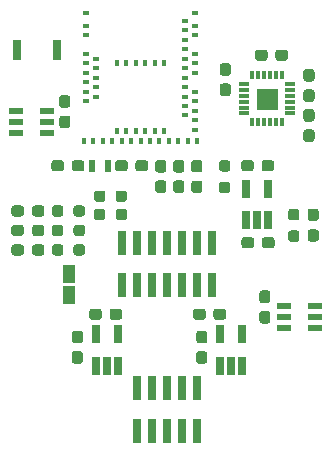
<source format=gbr>
%TF.GenerationSoftware,KiCad,Pcbnew,(5.1.8)-1*%
%TF.CreationDate,2021-09-07T20:43:03-04:00*%
%TF.ProjectId,mainboard_v1,6d61696e-626f-4617-9264-5f76312e6b69,rev?*%
%TF.SameCoordinates,Original*%
%TF.FileFunction,Paste,Top*%
%TF.FilePolarity,Positive*%
%FSLAX46Y46*%
G04 Gerber Fmt 4.6, Leading zero omitted, Abs format (unit mm)*
G04 Created by KiCad (PCBNEW (5.1.8)-1) date 2021-09-07 20:43:03*
%MOMM*%
%LPD*%
G01*
G04 APERTURE LIST*
%ADD10C,0.010000*%
%ADD11R,0.800000X1.700000*%
%ADD12R,0.760000X2.050000*%
%ADD13R,1.150000X0.600000*%
%ADD14R,1.100000X1.550000*%
%ADD15R,0.650000X1.560000*%
%ADD16R,0.600000X1.100000*%
%ADD17R,0.650000X2.150000*%
%ADD18R,0.850000X0.350000*%
%ADD19R,0.350000X0.800000*%
%ADD20R,0.400000X0.600000*%
%ADD21R,0.600000X0.400000*%
G04 APERTURE END LIST*
D10*
%TO.C,U5*%
G36*
X197608000Y-102354000D02*
G01*
X197608000Y-100646000D01*
X199252000Y-100646000D01*
X199252000Y-102354000D01*
X197608000Y-102354000D01*
G37*
X197608000Y-102354000D02*
X197608000Y-100646000D01*
X199252000Y-100646000D01*
X199252000Y-102354000D01*
X197608000Y-102354000D01*
%TD*%
D11*
%TO.C,S1*%
X180650000Y-97380000D03*
X177250000Y-97380000D03*
%TD*%
D12*
%TO.C,J6*%
X186190000Y-117275000D03*
X186190000Y-113725000D03*
X187460000Y-117275000D03*
X187460000Y-113725000D03*
X188730000Y-117275000D03*
X188730000Y-113725000D03*
X190000000Y-117275000D03*
X190000000Y-113725000D03*
X191270000Y-117275000D03*
X191270000Y-113725000D03*
X192540000Y-117275000D03*
X192540000Y-113725000D03*
X193810000Y-117275000D03*
X193810000Y-113725000D03*
%TD*%
D13*
%TO.C,IC2*%
X199910000Y-120950000D03*
X199910000Y-120000000D03*
X199910000Y-119050000D03*
X202510000Y-119050000D03*
X202510000Y-120000000D03*
X202510000Y-120950000D03*
%TD*%
%TO.C,IC1*%
X179810000Y-102510000D03*
X179810000Y-103460000D03*
X179810000Y-104410000D03*
X177210000Y-104410000D03*
X177210000Y-103460000D03*
X177210000Y-102510000D03*
%TD*%
D14*
%TO.C,C9*%
X181680000Y-116380000D03*
X181680000Y-118080000D03*
%TD*%
D15*
%TO.C,U7*%
X194430000Y-121430000D03*
X196330000Y-121430000D03*
X196330000Y-124130000D03*
X195380000Y-124130000D03*
X194430000Y-124130000D03*
%TD*%
%TO.C,C18*%
G36*
G01*
X192672500Y-122875000D02*
X193147500Y-122875000D01*
G75*
G02*
X193385000Y-123112500I0J-237500D01*
G01*
X193385000Y-123712500D01*
G75*
G02*
X193147500Y-123950000I-237500J0D01*
G01*
X192672500Y-123950000D01*
G75*
G02*
X192435000Y-123712500I0J237500D01*
G01*
X192435000Y-123112500D01*
G75*
G02*
X192672500Y-122875000I237500J0D01*
G01*
G37*
G36*
G01*
X192672500Y-121150000D02*
X193147500Y-121150000D01*
G75*
G02*
X193385000Y-121387500I0J-237500D01*
G01*
X193385000Y-121987500D01*
G75*
G02*
X193147500Y-122225000I-237500J0D01*
G01*
X192672500Y-122225000D01*
G75*
G02*
X192435000Y-121987500I0J237500D01*
G01*
X192435000Y-121387500D01*
G75*
G02*
X192672500Y-121150000I237500J0D01*
G01*
G37*
%TD*%
%TO.C,C17*%
G36*
G01*
X193895000Y-119997500D02*
X193895000Y-119522500D01*
G75*
G02*
X194132500Y-119285000I237500J0D01*
G01*
X194732500Y-119285000D01*
G75*
G02*
X194970000Y-119522500I0J-237500D01*
G01*
X194970000Y-119997500D01*
G75*
G02*
X194732500Y-120235000I-237500J0D01*
G01*
X194132500Y-120235000D01*
G75*
G02*
X193895000Y-119997500I0J237500D01*
G01*
G37*
G36*
G01*
X192170000Y-119997500D02*
X192170000Y-119522500D01*
G75*
G02*
X192407500Y-119285000I237500J0D01*
G01*
X193007500Y-119285000D01*
G75*
G02*
X193245000Y-119522500I0J-237500D01*
G01*
X193245000Y-119997500D01*
G75*
G02*
X193007500Y-120235000I-237500J0D01*
G01*
X192407500Y-120235000D01*
G75*
G02*
X192170000Y-119997500I0J237500D01*
G01*
G37*
%TD*%
D16*
%TO.C,XTAL1*%
X185010000Y-107180000D03*
X183610000Y-107180000D03*
%TD*%
%TO.C,C16*%
G36*
G01*
X197995000Y-113927500D02*
X197995000Y-113452500D01*
G75*
G02*
X198232500Y-113215000I237500J0D01*
G01*
X198832500Y-113215000D01*
G75*
G02*
X199070000Y-113452500I0J-237500D01*
G01*
X199070000Y-113927500D01*
G75*
G02*
X198832500Y-114165000I-237500J0D01*
G01*
X198232500Y-114165000D01*
G75*
G02*
X197995000Y-113927500I0J237500D01*
G01*
G37*
G36*
G01*
X196270000Y-113927500D02*
X196270000Y-113452500D01*
G75*
G02*
X196507500Y-113215000I237500J0D01*
G01*
X197107500Y-113215000D01*
G75*
G02*
X197345000Y-113452500I0J-237500D01*
G01*
X197345000Y-113927500D01*
G75*
G02*
X197107500Y-114165000I-237500J0D01*
G01*
X196507500Y-114165000D01*
G75*
G02*
X196270000Y-113927500I0J237500D01*
G01*
G37*
%TD*%
%TO.C,C15*%
G36*
G01*
X197965000Y-107417500D02*
X197965000Y-106942500D01*
G75*
G02*
X198202500Y-106705000I237500J0D01*
G01*
X198802500Y-106705000D01*
G75*
G02*
X199040000Y-106942500I0J-237500D01*
G01*
X199040000Y-107417500D01*
G75*
G02*
X198802500Y-107655000I-237500J0D01*
G01*
X198202500Y-107655000D01*
G75*
G02*
X197965000Y-107417500I0J237500D01*
G01*
G37*
G36*
G01*
X196240000Y-107417500D02*
X196240000Y-106942500D01*
G75*
G02*
X196477500Y-106705000I237500J0D01*
G01*
X197077500Y-106705000D01*
G75*
G02*
X197315000Y-106942500I0J-237500D01*
G01*
X197315000Y-107417500D01*
G75*
G02*
X197077500Y-107655000I-237500J0D01*
G01*
X196477500Y-107655000D01*
G75*
G02*
X196240000Y-107417500I0J237500D01*
G01*
G37*
%TD*%
%TO.C,C14*%
G36*
G01*
X191197500Y-107765000D02*
X190722500Y-107765000D01*
G75*
G02*
X190485000Y-107527500I0J237500D01*
G01*
X190485000Y-106927500D01*
G75*
G02*
X190722500Y-106690000I237500J0D01*
G01*
X191197500Y-106690000D01*
G75*
G02*
X191435000Y-106927500I0J-237500D01*
G01*
X191435000Y-107527500D01*
G75*
G02*
X191197500Y-107765000I-237500J0D01*
G01*
G37*
G36*
G01*
X191197500Y-109490000D02*
X190722500Y-109490000D01*
G75*
G02*
X190485000Y-109252500I0J237500D01*
G01*
X190485000Y-108652500D01*
G75*
G02*
X190722500Y-108415000I237500J0D01*
G01*
X191197500Y-108415000D01*
G75*
G02*
X191435000Y-108652500I0J-237500D01*
G01*
X191435000Y-109252500D01*
G75*
G02*
X191197500Y-109490000I-237500J0D01*
G01*
G37*
%TD*%
D17*
%TO.C,J5*%
X187460000Y-129675000D03*
X188730000Y-129675000D03*
X190000000Y-129675000D03*
X191270000Y-129675000D03*
X192540000Y-129675000D03*
X187460000Y-126025000D03*
X188730000Y-126025000D03*
X190000000Y-126025000D03*
X191270000Y-126025000D03*
X192540000Y-126025000D03*
%TD*%
%TO.C,C12*%
G36*
G01*
X181072500Y-102925000D02*
X181547500Y-102925000D01*
G75*
G02*
X181785000Y-103162500I0J-237500D01*
G01*
X181785000Y-103762500D01*
G75*
G02*
X181547500Y-104000000I-237500J0D01*
G01*
X181072500Y-104000000D01*
G75*
G02*
X180835000Y-103762500I0J237500D01*
G01*
X180835000Y-103162500D01*
G75*
G02*
X181072500Y-102925000I237500J0D01*
G01*
G37*
G36*
G01*
X181072500Y-101200000D02*
X181547500Y-101200000D01*
G75*
G02*
X181785000Y-101437500I0J-237500D01*
G01*
X181785000Y-102037500D01*
G75*
G02*
X181547500Y-102275000I-237500J0D01*
G01*
X181072500Y-102275000D01*
G75*
G02*
X180835000Y-102037500I0J237500D01*
G01*
X180835000Y-101437500D01*
G75*
G02*
X181072500Y-101200000I237500J0D01*
G01*
G37*
%TD*%
%TO.C,C8*%
G36*
G01*
X198012500Y-119465000D02*
X198487500Y-119465000D01*
G75*
G02*
X198725000Y-119702500I0J-237500D01*
G01*
X198725000Y-120302500D01*
G75*
G02*
X198487500Y-120540000I-237500J0D01*
G01*
X198012500Y-120540000D01*
G75*
G02*
X197775000Y-120302500I0J237500D01*
G01*
X197775000Y-119702500D01*
G75*
G02*
X198012500Y-119465000I237500J0D01*
G01*
G37*
G36*
G01*
X198012500Y-117740000D02*
X198487500Y-117740000D01*
G75*
G02*
X198725000Y-117977500I0J-237500D01*
G01*
X198725000Y-118577500D01*
G75*
G02*
X198487500Y-118815000I-237500J0D01*
G01*
X198012500Y-118815000D01*
G75*
G02*
X197775000Y-118577500I0J237500D01*
G01*
X197775000Y-117977500D01*
G75*
G02*
X198012500Y-117740000I237500J0D01*
G01*
G37*
%TD*%
D18*
%TO.C,U5*%
X196455000Y-102750000D03*
X196455000Y-102250000D03*
X196455000Y-101750000D03*
X196455000Y-101250000D03*
X196455000Y-100750000D03*
X196455000Y-100250000D03*
D19*
X197180000Y-99500000D03*
X197680000Y-99500000D03*
X198180000Y-99500000D03*
X198680000Y-99500000D03*
X199180000Y-99500000D03*
X199680000Y-99500000D03*
D18*
X200405000Y-100250000D03*
X200405000Y-100750000D03*
X200405000Y-101250000D03*
X200405000Y-101750000D03*
X200405000Y-102250000D03*
X200405000Y-102750000D03*
D19*
X199680000Y-103500000D03*
X199180000Y-103500000D03*
X198680000Y-103500000D03*
X198180000Y-103500000D03*
X197680000Y-103500000D03*
X197180000Y-103500000D03*
%TD*%
%TO.C,C7*%
G36*
G01*
X194662500Y-100215000D02*
X195137500Y-100215000D01*
G75*
G02*
X195375000Y-100452500I0J-237500D01*
G01*
X195375000Y-101052500D01*
G75*
G02*
X195137500Y-101290000I-237500J0D01*
G01*
X194662500Y-101290000D01*
G75*
G02*
X194425000Y-101052500I0J237500D01*
G01*
X194425000Y-100452500D01*
G75*
G02*
X194662500Y-100215000I237500J0D01*
G01*
G37*
G36*
G01*
X194662500Y-98490000D02*
X195137500Y-98490000D01*
G75*
G02*
X195375000Y-98727500I0J-237500D01*
G01*
X195375000Y-99327500D01*
G75*
G02*
X195137500Y-99565000I-237500J0D01*
G01*
X194662500Y-99565000D01*
G75*
G02*
X194425000Y-99327500I0J237500D01*
G01*
X194425000Y-98727500D01*
G75*
G02*
X194662500Y-98490000I237500J0D01*
G01*
G37*
%TD*%
%TO.C,C4*%
G36*
G01*
X201742500Y-100705000D02*
X202217500Y-100705000D01*
G75*
G02*
X202455000Y-100942500I0J-237500D01*
G01*
X202455000Y-101542500D01*
G75*
G02*
X202217500Y-101780000I-237500J0D01*
G01*
X201742500Y-101780000D01*
G75*
G02*
X201505000Y-101542500I0J237500D01*
G01*
X201505000Y-100942500D01*
G75*
G02*
X201742500Y-100705000I237500J0D01*
G01*
G37*
G36*
G01*
X201742500Y-98980000D02*
X202217500Y-98980000D01*
G75*
G02*
X202455000Y-99217500I0J-237500D01*
G01*
X202455000Y-99817500D01*
G75*
G02*
X202217500Y-100055000I-237500J0D01*
G01*
X201742500Y-100055000D01*
G75*
G02*
X201505000Y-99817500I0J237500D01*
G01*
X201505000Y-99217500D01*
G75*
G02*
X201742500Y-98980000I237500J0D01*
G01*
G37*
%TD*%
%TO.C,C3*%
G36*
G01*
X202217500Y-103455000D02*
X201742500Y-103455000D01*
G75*
G02*
X201505000Y-103217500I0J237500D01*
G01*
X201505000Y-102617500D01*
G75*
G02*
X201742500Y-102380000I237500J0D01*
G01*
X202217500Y-102380000D01*
G75*
G02*
X202455000Y-102617500I0J-237500D01*
G01*
X202455000Y-103217500D01*
G75*
G02*
X202217500Y-103455000I-237500J0D01*
G01*
G37*
G36*
G01*
X202217500Y-105180000D02*
X201742500Y-105180000D01*
G75*
G02*
X201505000Y-104942500I0J237500D01*
G01*
X201505000Y-104342500D01*
G75*
G02*
X201742500Y-104105000I237500J0D01*
G01*
X202217500Y-104105000D01*
G75*
G02*
X202455000Y-104342500I0J-237500D01*
G01*
X202455000Y-104942500D01*
G75*
G02*
X202217500Y-105180000I-237500J0D01*
G01*
G37*
%TD*%
%TO.C,C1*%
G36*
G01*
X199135000Y-98057500D02*
X199135000Y-97582500D01*
G75*
G02*
X199372500Y-97345000I237500J0D01*
G01*
X199972500Y-97345000D01*
G75*
G02*
X200210000Y-97582500I0J-237500D01*
G01*
X200210000Y-98057500D01*
G75*
G02*
X199972500Y-98295000I-237500J0D01*
G01*
X199372500Y-98295000D01*
G75*
G02*
X199135000Y-98057500I0J237500D01*
G01*
G37*
G36*
G01*
X197410000Y-98057500D02*
X197410000Y-97582500D01*
G75*
G02*
X197647500Y-97345000I237500J0D01*
G01*
X198247500Y-97345000D01*
G75*
G02*
X198485000Y-97582500I0J-237500D01*
G01*
X198485000Y-98057500D01*
G75*
G02*
X198247500Y-98295000I-237500J0D01*
G01*
X197647500Y-98295000D01*
G75*
G02*
X197410000Y-98057500I0J237500D01*
G01*
G37*
%TD*%
D15*
%TO.C,U4*%
X183910000Y-121420000D03*
X185810000Y-121420000D03*
X185810000Y-124120000D03*
X184860000Y-124120000D03*
X183910000Y-124120000D03*
%TD*%
%TO.C,U3*%
X196630000Y-109110000D03*
X198530000Y-109110000D03*
X198530000Y-111810000D03*
X197580000Y-111810000D03*
X196630000Y-111810000D03*
%TD*%
D20*
%TO.C,U1*%
X189720000Y-98520000D03*
X188920000Y-98520000D03*
X188120000Y-98520000D03*
X187320000Y-98520000D03*
X186520000Y-98520000D03*
X185720000Y-98520000D03*
D21*
X192370000Y-94220000D03*
X191470000Y-94920000D03*
X192370000Y-95320000D03*
X191470000Y-95720000D03*
X192370000Y-96120000D03*
X191470000Y-96520000D03*
X191470000Y-97320000D03*
X192370000Y-97720000D03*
X191470000Y-98120000D03*
X192370000Y-98520000D03*
X191470000Y-98920000D03*
X192370000Y-99320000D03*
X191470000Y-99720000D03*
X191470000Y-100520000D03*
X192370000Y-100920000D03*
X191470000Y-101320000D03*
X192370000Y-101720000D03*
X191470000Y-102120000D03*
X192370000Y-102520000D03*
X191470000Y-102920000D03*
X192370000Y-103320000D03*
X192370000Y-104120000D03*
D20*
X192520000Y-105120000D03*
X191720000Y-105120000D03*
X190920000Y-105120000D03*
X190120000Y-105120000D03*
X189720000Y-104220000D03*
X189320000Y-105120000D03*
X188920000Y-104220000D03*
X188520000Y-105120000D03*
X188120000Y-104220000D03*
X187720000Y-105120000D03*
X187320000Y-104220000D03*
X186920000Y-105120000D03*
X186520000Y-104220000D03*
X186120000Y-105120000D03*
X185720000Y-104220000D03*
X185320000Y-105120000D03*
X184520000Y-105120000D03*
X183720000Y-105120000D03*
X182920000Y-105120000D03*
D21*
X183070000Y-101720000D03*
X183970000Y-101320000D03*
X183070000Y-100920000D03*
X183970000Y-100520000D03*
X183070000Y-100120000D03*
X183970000Y-99720000D03*
X183070000Y-99320000D03*
X183970000Y-98920000D03*
X183070000Y-98520000D03*
X183970000Y-98120000D03*
X183070000Y-97720000D03*
X183070000Y-96120000D03*
X183070000Y-95320000D03*
X183070000Y-94220000D03*
%TD*%
%TO.C,C2*%
G36*
G01*
X189677500Y-107765000D02*
X189202500Y-107765000D01*
G75*
G02*
X188965000Y-107527500I0J237500D01*
G01*
X188965000Y-106927500D01*
G75*
G02*
X189202500Y-106690000I237500J0D01*
G01*
X189677500Y-106690000D01*
G75*
G02*
X189915000Y-106927500I0J-237500D01*
G01*
X189915000Y-107527500D01*
G75*
G02*
X189677500Y-107765000I-237500J0D01*
G01*
G37*
G36*
G01*
X189677500Y-109490000D02*
X189202500Y-109490000D01*
G75*
G02*
X188965000Y-109252500I0J237500D01*
G01*
X188965000Y-108652500D01*
G75*
G02*
X189202500Y-108415000I237500J0D01*
G01*
X189677500Y-108415000D01*
G75*
G02*
X189915000Y-108652500I0J-237500D01*
G01*
X189915000Y-109252500D01*
G75*
G02*
X189677500Y-109490000I-237500J0D01*
G01*
G37*
%TD*%
%TO.C,C5*%
G36*
G01*
X181245000Y-106942500D02*
X181245000Y-107417500D01*
G75*
G02*
X181007500Y-107655000I-237500J0D01*
G01*
X180407500Y-107655000D01*
G75*
G02*
X180170000Y-107417500I0J237500D01*
G01*
X180170000Y-106942500D01*
G75*
G02*
X180407500Y-106705000I237500J0D01*
G01*
X181007500Y-106705000D01*
G75*
G02*
X181245000Y-106942500I0J-237500D01*
G01*
G37*
G36*
G01*
X182970000Y-106942500D02*
X182970000Y-107417500D01*
G75*
G02*
X182732500Y-107655000I-237500J0D01*
G01*
X182132500Y-107655000D01*
G75*
G02*
X181895000Y-107417500I0J237500D01*
G01*
X181895000Y-106942500D01*
G75*
G02*
X182132500Y-106705000I237500J0D01*
G01*
X182732500Y-106705000D01*
G75*
G02*
X182970000Y-106942500I0J-237500D01*
G01*
G37*
%TD*%
%TO.C,C6*%
G36*
G01*
X185570000Y-107417500D02*
X185570000Y-106942500D01*
G75*
G02*
X185807500Y-106705000I237500J0D01*
G01*
X186407500Y-106705000D01*
G75*
G02*
X186645000Y-106942500I0J-237500D01*
G01*
X186645000Y-107417500D01*
G75*
G02*
X186407500Y-107655000I-237500J0D01*
G01*
X185807500Y-107655000D01*
G75*
G02*
X185570000Y-107417500I0J237500D01*
G01*
G37*
G36*
G01*
X187295000Y-107417500D02*
X187295000Y-106942500D01*
G75*
G02*
X187532500Y-106705000I237500J0D01*
G01*
X188132500Y-106705000D01*
G75*
G02*
X188370000Y-106942500I0J-237500D01*
G01*
X188370000Y-107417500D01*
G75*
G02*
X188132500Y-107655000I-237500J0D01*
G01*
X187532500Y-107655000D01*
G75*
G02*
X187295000Y-107417500I0J237500D01*
G01*
G37*
%TD*%
%TO.C,C10*%
G36*
G01*
X184445000Y-119512500D02*
X184445000Y-119987500D01*
G75*
G02*
X184207500Y-120225000I-237500J0D01*
G01*
X183607500Y-120225000D01*
G75*
G02*
X183370000Y-119987500I0J237500D01*
G01*
X183370000Y-119512500D01*
G75*
G02*
X183607500Y-119275000I237500J0D01*
G01*
X184207500Y-119275000D01*
G75*
G02*
X184445000Y-119512500I0J-237500D01*
G01*
G37*
G36*
G01*
X186170000Y-119512500D02*
X186170000Y-119987500D01*
G75*
G02*
X185932500Y-120225000I-237500J0D01*
G01*
X185332500Y-120225000D01*
G75*
G02*
X185095000Y-119987500I0J237500D01*
G01*
X185095000Y-119512500D01*
G75*
G02*
X185332500Y-119275000I237500J0D01*
G01*
X185932500Y-119275000D01*
G75*
G02*
X186170000Y-119512500I0J-237500D01*
G01*
G37*
%TD*%
%TO.C,C11*%
G36*
G01*
X182132500Y-121140000D02*
X182607500Y-121140000D01*
G75*
G02*
X182845000Y-121377500I0J-237500D01*
G01*
X182845000Y-121977500D01*
G75*
G02*
X182607500Y-122215000I-237500J0D01*
G01*
X182132500Y-122215000D01*
G75*
G02*
X181895000Y-121977500I0J237500D01*
G01*
X181895000Y-121377500D01*
G75*
G02*
X182132500Y-121140000I237500J0D01*
G01*
G37*
G36*
G01*
X182132500Y-122865000D02*
X182607500Y-122865000D01*
G75*
G02*
X182845000Y-123102500I0J-237500D01*
G01*
X182845000Y-123702500D01*
G75*
G02*
X182607500Y-123940000I-237500J0D01*
G01*
X182132500Y-123940000D01*
G75*
G02*
X181895000Y-123702500I0J237500D01*
G01*
X181895000Y-123102500D01*
G75*
G02*
X182132500Y-122865000I237500J0D01*
G01*
G37*
%TD*%
%TO.C,D1*%
G36*
G01*
X176790000Y-111247500D02*
X176790000Y-110772500D01*
G75*
G02*
X177027500Y-110535000I237500J0D01*
G01*
X177602500Y-110535000D01*
G75*
G02*
X177840000Y-110772500I0J-237500D01*
G01*
X177840000Y-111247500D01*
G75*
G02*
X177602500Y-111485000I-237500J0D01*
G01*
X177027500Y-111485000D01*
G75*
G02*
X176790000Y-111247500I0J237500D01*
G01*
G37*
G36*
G01*
X178540000Y-111247500D02*
X178540000Y-110772500D01*
G75*
G02*
X178777500Y-110535000I237500J0D01*
G01*
X179352500Y-110535000D01*
G75*
G02*
X179590000Y-110772500I0J-237500D01*
G01*
X179590000Y-111247500D01*
G75*
G02*
X179352500Y-111485000I-237500J0D01*
G01*
X178777500Y-111485000D01*
G75*
G02*
X178540000Y-111247500I0J237500D01*
G01*
G37*
%TD*%
%TO.C,D2*%
G36*
G01*
X178540000Y-112897500D02*
X178540000Y-112422500D01*
G75*
G02*
X178777500Y-112185000I237500J0D01*
G01*
X179352500Y-112185000D01*
G75*
G02*
X179590000Y-112422500I0J-237500D01*
G01*
X179590000Y-112897500D01*
G75*
G02*
X179352500Y-113135000I-237500J0D01*
G01*
X178777500Y-113135000D01*
G75*
G02*
X178540000Y-112897500I0J237500D01*
G01*
G37*
G36*
G01*
X176790000Y-112897500D02*
X176790000Y-112422500D01*
G75*
G02*
X177027500Y-112185000I237500J0D01*
G01*
X177602500Y-112185000D01*
G75*
G02*
X177840000Y-112422500I0J-237500D01*
G01*
X177840000Y-112897500D01*
G75*
G02*
X177602500Y-113135000I-237500J0D01*
G01*
X177027500Y-113135000D01*
G75*
G02*
X176790000Y-112897500I0J237500D01*
G01*
G37*
%TD*%
%TO.C,D3*%
G36*
G01*
X176790000Y-114547500D02*
X176790000Y-114072500D01*
G75*
G02*
X177027500Y-113835000I237500J0D01*
G01*
X177602500Y-113835000D01*
G75*
G02*
X177840000Y-114072500I0J-237500D01*
G01*
X177840000Y-114547500D01*
G75*
G02*
X177602500Y-114785000I-237500J0D01*
G01*
X177027500Y-114785000D01*
G75*
G02*
X176790000Y-114547500I0J237500D01*
G01*
G37*
G36*
G01*
X178540000Y-114547500D02*
X178540000Y-114072500D01*
G75*
G02*
X178777500Y-113835000I237500J0D01*
G01*
X179352500Y-113835000D01*
G75*
G02*
X179590000Y-114072500I0J-237500D01*
G01*
X179590000Y-114547500D01*
G75*
G02*
X179352500Y-114785000I-237500J0D01*
G01*
X178777500Y-114785000D01*
G75*
G02*
X178540000Y-114547500I0J237500D01*
G01*
G37*
%TD*%
%TO.C,D4*%
G36*
G01*
X202577500Y-111860000D02*
X202102500Y-111860000D01*
G75*
G02*
X201865000Y-111622500I0J237500D01*
G01*
X201865000Y-111047500D01*
G75*
G02*
X202102500Y-110810000I237500J0D01*
G01*
X202577500Y-110810000D01*
G75*
G02*
X202815000Y-111047500I0J-237500D01*
G01*
X202815000Y-111622500D01*
G75*
G02*
X202577500Y-111860000I-237500J0D01*
G01*
G37*
G36*
G01*
X202577500Y-113610000D02*
X202102500Y-113610000D01*
G75*
G02*
X201865000Y-113372500I0J237500D01*
G01*
X201865000Y-112797500D01*
G75*
G02*
X202102500Y-112560000I237500J0D01*
G01*
X202577500Y-112560000D01*
G75*
G02*
X202815000Y-112797500I0J-237500D01*
G01*
X202815000Y-113372500D01*
G75*
G02*
X202577500Y-113610000I-237500J0D01*
G01*
G37*
%TD*%
%TO.C,L1*%
G36*
G01*
X192717500Y-109490000D02*
X192242500Y-109490000D01*
G75*
G02*
X192005000Y-109252500I0J237500D01*
G01*
X192005000Y-108677500D01*
G75*
G02*
X192242500Y-108440000I237500J0D01*
G01*
X192717500Y-108440000D01*
G75*
G02*
X192955000Y-108677500I0J-237500D01*
G01*
X192955000Y-109252500D01*
G75*
G02*
X192717500Y-109490000I-237500J0D01*
G01*
G37*
G36*
G01*
X192717500Y-107740000D02*
X192242500Y-107740000D01*
G75*
G02*
X192005000Y-107502500I0J237500D01*
G01*
X192005000Y-106927500D01*
G75*
G02*
X192242500Y-106690000I237500J0D01*
G01*
X192717500Y-106690000D01*
G75*
G02*
X192955000Y-106927500I0J-237500D01*
G01*
X192955000Y-107502500D01*
G75*
G02*
X192717500Y-107740000I-237500J0D01*
G01*
G37*
%TD*%
%TO.C,R1*%
G36*
G01*
X186580000Y-111072500D02*
X186580000Y-111547500D01*
G75*
G02*
X186342500Y-111785000I-237500J0D01*
G01*
X185842500Y-111785000D01*
G75*
G02*
X185605000Y-111547500I0J237500D01*
G01*
X185605000Y-111072500D01*
G75*
G02*
X185842500Y-110835000I237500J0D01*
G01*
X186342500Y-110835000D01*
G75*
G02*
X186580000Y-111072500I0J-237500D01*
G01*
G37*
G36*
G01*
X184755000Y-111072500D02*
X184755000Y-111547500D01*
G75*
G02*
X184517500Y-111785000I-237500J0D01*
G01*
X184017500Y-111785000D01*
G75*
G02*
X183780000Y-111547500I0J237500D01*
G01*
X183780000Y-111072500D01*
G75*
G02*
X184017500Y-110835000I237500J0D01*
G01*
X184517500Y-110835000D01*
G75*
G02*
X184755000Y-111072500I0J-237500D01*
G01*
G37*
%TD*%
%TO.C,R2*%
G36*
G01*
X185605000Y-110007500D02*
X185605000Y-109532500D01*
G75*
G02*
X185842500Y-109295000I237500J0D01*
G01*
X186342500Y-109295000D01*
G75*
G02*
X186580000Y-109532500I0J-237500D01*
G01*
X186580000Y-110007500D01*
G75*
G02*
X186342500Y-110245000I-237500J0D01*
G01*
X185842500Y-110245000D01*
G75*
G02*
X185605000Y-110007500I0J237500D01*
G01*
G37*
G36*
G01*
X183780000Y-110007500D02*
X183780000Y-109532500D01*
G75*
G02*
X184017500Y-109295000I237500J0D01*
G01*
X184517500Y-109295000D01*
G75*
G02*
X184755000Y-109532500I0J-237500D01*
G01*
X184755000Y-110007500D01*
G75*
G02*
X184517500Y-110245000I-237500J0D01*
G01*
X184017500Y-110245000D01*
G75*
G02*
X183780000Y-110007500I0J237500D01*
G01*
G37*
%TD*%
%TO.C,R3*%
G36*
G01*
X180220000Y-111247500D02*
X180220000Y-110772500D01*
G75*
G02*
X180457500Y-110535000I237500J0D01*
G01*
X180957500Y-110535000D01*
G75*
G02*
X181195000Y-110772500I0J-237500D01*
G01*
X181195000Y-111247500D01*
G75*
G02*
X180957500Y-111485000I-237500J0D01*
G01*
X180457500Y-111485000D01*
G75*
G02*
X180220000Y-111247500I0J237500D01*
G01*
G37*
G36*
G01*
X182045000Y-111247500D02*
X182045000Y-110772500D01*
G75*
G02*
X182282500Y-110535000I237500J0D01*
G01*
X182782500Y-110535000D01*
G75*
G02*
X183020000Y-110772500I0J-237500D01*
G01*
X183020000Y-111247500D01*
G75*
G02*
X182782500Y-111485000I-237500J0D01*
G01*
X182282500Y-111485000D01*
G75*
G02*
X182045000Y-111247500I0J237500D01*
G01*
G37*
%TD*%
%TO.C,R4*%
G36*
G01*
X182045000Y-112897500D02*
X182045000Y-112422500D01*
G75*
G02*
X182282500Y-112185000I237500J0D01*
G01*
X182782500Y-112185000D01*
G75*
G02*
X183020000Y-112422500I0J-237500D01*
G01*
X183020000Y-112897500D01*
G75*
G02*
X182782500Y-113135000I-237500J0D01*
G01*
X182282500Y-113135000D01*
G75*
G02*
X182045000Y-112897500I0J237500D01*
G01*
G37*
G36*
G01*
X180220000Y-112897500D02*
X180220000Y-112422500D01*
G75*
G02*
X180457500Y-112185000I237500J0D01*
G01*
X180957500Y-112185000D01*
G75*
G02*
X181195000Y-112422500I0J-237500D01*
G01*
X181195000Y-112897500D01*
G75*
G02*
X180957500Y-113135000I-237500J0D01*
G01*
X180457500Y-113135000D01*
G75*
G02*
X180220000Y-112897500I0J237500D01*
G01*
G37*
%TD*%
%TO.C,R5*%
G36*
G01*
X181195000Y-114072500D02*
X181195000Y-114547500D01*
G75*
G02*
X180957500Y-114785000I-237500J0D01*
G01*
X180457500Y-114785000D01*
G75*
G02*
X180220000Y-114547500I0J237500D01*
G01*
X180220000Y-114072500D01*
G75*
G02*
X180457500Y-113835000I237500J0D01*
G01*
X180957500Y-113835000D01*
G75*
G02*
X181195000Y-114072500I0J-237500D01*
G01*
G37*
G36*
G01*
X183020000Y-114072500D02*
X183020000Y-114547500D01*
G75*
G02*
X182782500Y-114785000I-237500J0D01*
G01*
X182282500Y-114785000D01*
G75*
G02*
X182045000Y-114547500I0J237500D01*
G01*
X182045000Y-114072500D01*
G75*
G02*
X182282500Y-113835000I237500J0D01*
G01*
X182782500Y-113835000D01*
G75*
G02*
X183020000Y-114072500I0J-237500D01*
G01*
G37*
%TD*%
%TO.C,R6*%
G36*
G01*
X195077500Y-109500000D02*
X194602500Y-109500000D01*
G75*
G02*
X194365000Y-109262500I0J237500D01*
G01*
X194365000Y-108762500D01*
G75*
G02*
X194602500Y-108525000I237500J0D01*
G01*
X195077500Y-108525000D01*
G75*
G02*
X195315000Y-108762500I0J-237500D01*
G01*
X195315000Y-109262500D01*
G75*
G02*
X195077500Y-109500000I-237500J0D01*
G01*
G37*
G36*
G01*
X195077500Y-107675000D02*
X194602500Y-107675000D01*
G75*
G02*
X194365000Y-107437500I0J237500D01*
G01*
X194365000Y-106937500D01*
G75*
G02*
X194602500Y-106700000I237500J0D01*
G01*
X195077500Y-106700000D01*
G75*
G02*
X195315000Y-106937500I0J-237500D01*
G01*
X195315000Y-107437500D01*
G75*
G02*
X195077500Y-107675000I-237500J0D01*
G01*
G37*
%TD*%
%TO.C,R7*%
G36*
G01*
X200927500Y-111807500D02*
X200452500Y-111807500D01*
G75*
G02*
X200215000Y-111570000I0J237500D01*
G01*
X200215000Y-111070000D01*
G75*
G02*
X200452500Y-110832500I237500J0D01*
G01*
X200927500Y-110832500D01*
G75*
G02*
X201165000Y-111070000I0J-237500D01*
G01*
X201165000Y-111570000D01*
G75*
G02*
X200927500Y-111807500I-237500J0D01*
G01*
G37*
G36*
G01*
X200927500Y-113632500D02*
X200452500Y-113632500D01*
G75*
G02*
X200215000Y-113395000I0J237500D01*
G01*
X200215000Y-112895000D01*
G75*
G02*
X200452500Y-112657500I237500J0D01*
G01*
X200927500Y-112657500D01*
G75*
G02*
X201165000Y-112895000I0J-237500D01*
G01*
X201165000Y-113395000D01*
G75*
G02*
X200927500Y-113632500I-237500J0D01*
G01*
G37*
%TD*%
M02*

</source>
